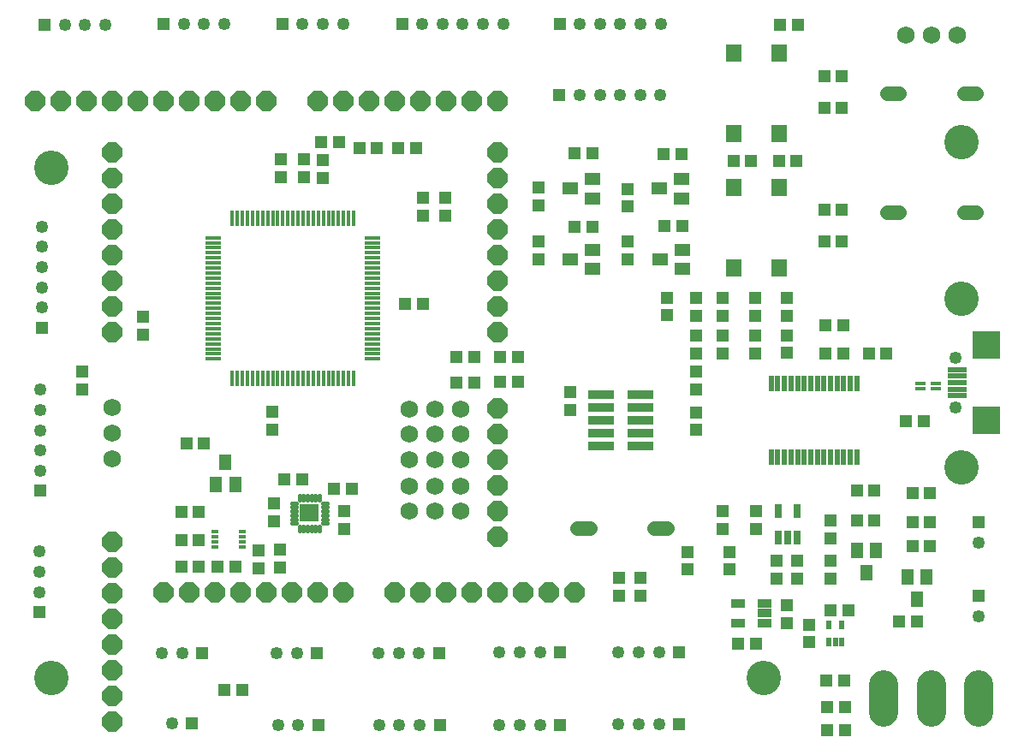
<source format=gts>
G04 EAGLE Gerber RS-274X export*
G75*
%MOMM*%
%FSLAX34Y34*%
%LPD*%
%INTop Soldermask*%
%IPPOS*%
%AMOC8*
5,1,8,0,0,1.08239X$1,22.5*%
G01*
%ADD10C,3.403200*%
%ADD11R,0.400000X1.600000*%
%ADD12R,1.600000X0.400000*%
%ADD13R,1.253200X1.283200*%
%ADD14R,1.283200X1.253200*%
%ADD15R,1.253200X1.253200*%
%ADD16C,1.253200*%
%ADD17R,0.551200X1.600200*%
%ADD18R,0.753200X1.403200*%
%ADD19R,1.203200X1.603200*%
%ADD20C,1.727200*%
%ADD21R,1.053200X0.453200*%
%ADD22R,1.503200X1.753200*%
%ADD23P,2.144431X8X292.500000*%
%ADD24P,2.144431X8X112.500000*%
%ADD25P,2.144431X8X22.500000*%
%ADD26P,2.144431X8X202.500000*%
%ADD27C,1.422400*%
%ADD28R,1.603200X1.203200*%
%ADD29R,1.953200X0.603200*%
%ADD30R,2.743200X2.743200*%
%ADD31R,0.603200X0.903200*%
%ADD32R,2.603200X0.963200*%
%ADD33R,1.423200X0.823200*%
%ADD34C,0.258150*%
%ADD35R,1.903200X1.743200*%
%ADD36R,0.703200X0.453200*%
%ADD37C,2.908300*%


D10*
X50000Y75000D03*
X950000Y450000D03*
X950000Y283000D03*
X754000Y75000D03*
X50000Y580000D03*
X950000Y605000D03*
D11*
X348800Y529250D03*
X343800Y529250D03*
X338800Y529250D03*
X333800Y529250D03*
X328800Y529250D03*
X323800Y529250D03*
X318800Y529250D03*
X313800Y529250D03*
X308800Y529250D03*
X303800Y529250D03*
X298800Y529250D03*
X293800Y529250D03*
X288800Y529250D03*
X283800Y529250D03*
X278800Y529250D03*
X273800Y529250D03*
X268800Y529250D03*
X263800Y529250D03*
X258800Y529250D03*
X253800Y529250D03*
X248800Y529250D03*
X243800Y529250D03*
X238800Y529250D03*
X233800Y529250D03*
X228800Y529250D03*
D12*
X210050Y510500D03*
X210050Y505500D03*
X210050Y500500D03*
X210050Y495500D03*
X210050Y490500D03*
X210050Y485500D03*
X210050Y480500D03*
X210050Y475500D03*
X210050Y470500D03*
X210050Y465500D03*
X210050Y460500D03*
X210050Y455500D03*
X210050Y450500D03*
X210050Y445500D03*
X210050Y440500D03*
X210050Y435500D03*
X210050Y430500D03*
X210050Y425500D03*
X210050Y420500D03*
X210050Y415500D03*
X210050Y410500D03*
X210050Y405500D03*
X210050Y400500D03*
X210050Y395500D03*
X210050Y390500D03*
D11*
X228800Y371750D03*
X233800Y371750D03*
X238800Y371750D03*
X243800Y371750D03*
X248800Y371750D03*
X253800Y371750D03*
X258800Y371750D03*
X263800Y371750D03*
X268800Y371750D03*
X273800Y371750D03*
X278800Y371750D03*
X283800Y371750D03*
X288800Y371750D03*
X293800Y371750D03*
X298800Y371750D03*
X303800Y371750D03*
X308800Y371750D03*
X313800Y371750D03*
X318800Y371750D03*
X323800Y371750D03*
X328800Y371750D03*
X333800Y371750D03*
X338800Y371750D03*
X343800Y371750D03*
X348800Y371750D03*
D12*
X367550Y390500D03*
X367550Y395500D03*
X367550Y400500D03*
X367550Y405500D03*
X367550Y410500D03*
X367550Y415500D03*
X367550Y420500D03*
X367550Y425500D03*
X367550Y430500D03*
X367550Y435500D03*
X367550Y440500D03*
X367550Y445500D03*
X367550Y450500D03*
X367550Y455500D03*
X367550Y460500D03*
X367550Y465500D03*
X367550Y470500D03*
X367550Y475500D03*
X367550Y480500D03*
X367550Y485500D03*
X367550Y490500D03*
X367550Y495500D03*
X367550Y500500D03*
X367550Y505500D03*
X367550Y510500D03*
D13*
X467750Y366700D03*
X450250Y366700D03*
X467750Y392500D03*
X450250Y392500D03*
D14*
X318000Y569350D03*
X318000Y586850D03*
X277000Y570550D03*
X277000Y588050D03*
X268500Y338050D03*
X268500Y320550D03*
D13*
X399750Y444900D03*
X417250Y444900D03*
D14*
X140700Y414450D03*
X140700Y431950D03*
D13*
X493850Y367700D03*
X511350Y367700D03*
X493850Y392100D03*
X511350Y392100D03*
D14*
X270100Y230350D03*
X270100Y247850D03*
D13*
X298050Y271700D03*
X280550Y271700D03*
D14*
X632300Y156450D03*
X632300Y173950D03*
X611300Y156350D03*
X611300Y173850D03*
D15*
X670700Y100300D03*
D16*
X650700Y100300D03*
X630700Y100300D03*
X610700Y100300D03*
D15*
X670700Y29100D03*
D16*
X650700Y29100D03*
X630700Y29100D03*
X610700Y29100D03*
D15*
X433400Y99900D03*
D16*
X413400Y99900D03*
X393400Y99900D03*
X373400Y99900D03*
D15*
X552400Y721500D03*
D16*
X572400Y721500D03*
X592400Y721500D03*
X612400Y721500D03*
X632400Y721500D03*
X652400Y721500D03*
D15*
X552200Y651500D03*
D16*
X572200Y651500D03*
X592200Y651500D03*
X612200Y651500D03*
X632200Y651500D03*
X652200Y651500D03*
D15*
X433900Y28500D03*
D16*
X413900Y28500D03*
X393900Y28500D03*
X373900Y28500D03*
D15*
X40200Y421400D03*
D16*
X40200Y441400D03*
X40200Y461400D03*
X40200Y481400D03*
X40200Y501400D03*
X40200Y521400D03*
D17*
X761750Y366560D03*
X768250Y366560D03*
X774750Y366560D03*
X781250Y366560D03*
X787750Y366560D03*
X794250Y366560D03*
X800750Y366560D03*
X813750Y366560D03*
X807250Y366560D03*
X820250Y366560D03*
X826750Y366560D03*
X833250Y366560D03*
X839750Y366560D03*
X846250Y366560D03*
X761750Y293440D03*
X768250Y293440D03*
X774750Y293440D03*
X781250Y293440D03*
X787750Y293440D03*
X794250Y293440D03*
X800750Y293440D03*
X807250Y293440D03*
X813750Y293440D03*
X820250Y293440D03*
X826750Y293440D03*
X833250Y293440D03*
X839750Y293440D03*
X846250Y293440D03*
D13*
X815250Y424000D03*
X832750Y424000D03*
X815250Y396000D03*
X832750Y396000D03*
D14*
X746000Y413750D03*
X746000Y396250D03*
X777200Y413950D03*
X777200Y396450D03*
X746000Y433250D03*
X746000Y450750D03*
X777000Y433250D03*
X777000Y450750D03*
D13*
X858250Y396000D03*
X875750Y396000D03*
D14*
X300000Y570250D03*
X300000Y587750D03*
X687000Y413750D03*
X687000Y396250D03*
X714000Y413750D03*
X714000Y396250D03*
D18*
X768500Y214000D03*
X778000Y214000D03*
X787500Y214000D03*
X787500Y240000D03*
X768500Y240000D03*
D14*
X787000Y190750D03*
X787000Y173250D03*
X767000Y190750D03*
X767000Y173250D03*
X747000Y239750D03*
X747000Y222250D03*
X714000Y222250D03*
X714000Y239750D03*
X720000Y199750D03*
X720000Y182250D03*
X820000Y190750D03*
X820000Y173250D03*
X820000Y213250D03*
X820000Y230750D03*
D19*
X856000Y179000D03*
X846500Y201000D03*
X865500Y201000D03*
D13*
X846250Y231000D03*
X863750Y231000D03*
X863750Y260000D03*
X846250Y260000D03*
D14*
X563000Y357750D03*
X563000Y340250D03*
D20*
X454400Y240000D03*
X429000Y240000D03*
X403600Y240000D03*
X454400Y265000D03*
X429000Y265000D03*
X403600Y265000D03*
D14*
X714000Y450750D03*
X714000Y433250D03*
D13*
X912750Y329100D03*
X895250Y329100D03*
X831750Y538000D03*
X814250Y538000D03*
D20*
X403600Y291000D03*
X429000Y291000D03*
X454400Y291000D03*
D13*
X831750Y670000D03*
X814250Y670000D03*
D20*
X403600Y316000D03*
X429000Y316000D03*
X454400Y316000D03*
D15*
X553000Y28500D03*
D16*
X533000Y28500D03*
X513000Y28500D03*
X493000Y28500D03*
D15*
X553000Y100500D03*
D16*
X533000Y100500D03*
X513000Y100500D03*
X493000Y100500D03*
D21*
X924500Y366300D03*
X909500Y366300D03*
X924500Y361300D03*
X909500Y361300D03*
D14*
X687000Y360250D03*
X687000Y377750D03*
X687000Y320250D03*
X687000Y337750D03*
X417000Y532250D03*
X417000Y549750D03*
X439000Y532250D03*
X439000Y549750D03*
D15*
X314000Y28500D03*
D16*
X294000Y28500D03*
X274000Y28500D03*
D15*
X199000Y99500D03*
D16*
X179000Y99500D03*
X159000Y99500D03*
D15*
X312700Y99500D03*
D16*
X292700Y99500D03*
X272700Y99500D03*
D15*
X966500Y229000D03*
D16*
X966500Y209000D03*
D13*
X901250Y258000D03*
X918750Y258000D03*
X769250Y586000D03*
X786750Y586000D03*
D22*
X724500Y480250D03*
X724500Y559750D03*
X769500Y480250D03*
X769500Y560250D03*
D13*
X770250Y721000D03*
X787750Y721000D03*
D20*
X403600Y341000D03*
X429000Y341000D03*
X454400Y341000D03*
D22*
X724500Y613250D03*
X724500Y692750D03*
X769500Y613250D03*
X769500Y693250D03*
D13*
X834650Y45900D03*
X817150Y45900D03*
X816350Y72400D03*
X833850Y72400D03*
D14*
X687000Y433250D03*
X687000Y450750D03*
D15*
X43100Y721300D03*
D16*
X63100Y721300D03*
X83100Y721300D03*
X103100Y721300D03*
D13*
X741750Y586000D03*
X724250Y586000D03*
D14*
X658400Y451250D03*
X658400Y433750D03*
D13*
X834750Y23000D03*
X817250Y23000D03*
X831750Y639000D03*
X814250Y639000D03*
X831750Y507000D03*
X814250Y507000D03*
D23*
X338800Y159800D03*
X313400Y159800D03*
X288000Y159800D03*
X262600Y159800D03*
X237200Y159800D03*
X211800Y159800D03*
X186400Y159800D03*
X161000Y159800D03*
D15*
X278300Y721500D03*
D16*
X298300Y721500D03*
X318300Y721500D03*
X338300Y721500D03*
D13*
X334350Y605000D03*
X316850Y605000D03*
X354350Y599200D03*
X371850Y599200D03*
D15*
X160800Y721500D03*
D16*
X180800Y721500D03*
X200800Y721500D03*
X220800Y721500D03*
D15*
X38200Y140000D03*
D16*
X38200Y160000D03*
X38200Y180000D03*
X38200Y200000D03*
D13*
X901250Y229000D03*
X918750Y229000D03*
X918750Y205000D03*
X901250Y205000D03*
D24*
X312900Y646000D03*
X338300Y646000D03*
X363700Y646000D03*
X389100Y646000D03*
X414500Y646000D03*
X439900Y646000D03*
X465300Y646000D03*
X490700Y646000D03*
D25*
X110200Y595200D03*
X110200Y569800D03*
X110200Y544400D03*
X110200Y519000D03*
X110200Y493600D03*
X110200Y468200D03*
X110200Y442800D03*
X110200Y417400D03*
X110200Y209900D03*
X110200Y184500D03*
X110200Y159100D03*
X110200Y133700D03*
X110200Y108300D03*
X110200Y82900D03*
X110200Y57500D03*
X110200Y32100D03*
D20*
X110200Y342400D03*
X110200Y317000D03*
X110200Y291600D03*
D24*
X389600Y159800D03*
X415000Y159800D03*
X440400Y159800D03*
X465800Y159800D03*
X491200Y159800D03*
X516600Y159800D03*
X542000Y159800D03*
X567400Y159800D03*
D26*
X490800Y417400D03*
X490800Y442800D03*
X490800Y468200D03*
X490800Y493600D03*
X490800Y519000D03*
X490800Y544400D03*
X490800Y569800D03*
X490800Y595200D03*
D23*
X262500Y646000D03*
X237100Y646000D03*
X211700Y646000D03*
X186300Y646000D03*
X160900Y646000D03*
X135500Y646000D03*
X110100Y646000D03*
X84700Y646000D03*
X59300Y646000D03*
X33900Y646000D03*
D15*
X39200Y260000D03*
D16*
X39200Y280000D03*
X39200Y300000D03*
X39200Y320000D03*
X39200Y340000D03*
X39200Y360000D03*
D25*
X490800Y341300D03*
X490800Y315900D03*
X490800Y290500D03*
X490800Y265100D03*
X490800Y239700D03*
X490800Y214300D03*
D14*
X679000Y182250D03*
X679000Y199750D03*
D27*
X581996Y223000D02*
X569804Y223000D01*
X646004Y223000D02*
X658196Y223000D01*
D28*
X563000Y559000D03*
X585000Y568500D03*
X585000Y549500D03*
X651000Y559000D03*
X673000Y568500D03*
X673000Y549500D03*
D14*
X532000Y559750D03*
X532000Y542250D03*
X620000Y558750D03*
X620000Y541250D03*
D13*
X584750Y594000D03*
X567250Y594000D03*
X672750Y593000D03*
X655250Y593000D03*
D28*
X563000Y489000D03*
X585000Y498500D03*
X585000Y479500D03*
D14*
X532000Y489250D03*
X532000Y506750D03*
D13*
X584750Y521000D03*
X567250Y521000D03*
D28*
X652000Y489000D03*
X674000Y498500D03*
X674000Y479500D03*
D14*
X620000Y489250D03*
X620000Y506750D03*
D13*
X673750Y522000D03*
X656250Y522000D03*
D29*
X945750Y380000D03*
X945750Y354000D03*
X945750Y373500D03*
X945750Y367000D03*
X945750Y360500D03*
D30*
X974000Y329750D03*
X974000Y404250D03*
D16*
X943700Y342750D03*
X943700Y391250D03*
D15*
X396600Y721500D03*
D16*
X416600Y721500D03*
X436600Y721500D03*
X456600Y721500D03*
X476600Y721500D03*
X496600Y721500D03*
D13*
X392950Y599400D03*
X410450Y599400D03*
D15*
X189000Y30500D03*
D16*
X169000Y30500D03*
D13*
X238750Y63000D03*
X221250Y63000D03*
D15*
X966500Y156000D03*
D16*
X966500Y136000D03*
D14*
X799000Y110250D03*
X799000Y127750D03*
D19*
X906000Y153000D03*
X896500Y175000D03*
X915500Y175000D03*
D13*
X837750Y142000D03*
X820250Y142000D03*
X905750Y131000D03*
X888250Y131000D03*
D31*
X818500Y110500D03*
X825000Y110500D03*
X831500Y110500D03*
X831500Y127500D03*
X818500Y127500D03*
D32*
X593600Y330000D03*
X593600Y342700D03*
X593600Y355400D03*
X593600Y317300D03*
X593600Y304600D03*
X632400Y304600D03*
X632400Y317300D03*
X632400Y330000D03*
X632400Y342700D03*
X632400Y355400D03*
D33*
X755000Y129500D03*
X755000Y139000D03*
X755000Y148500D03*
X729000Y148500D03*
X729000Y129500D03*
D14*
X777000Y129250D03*
X777000Y146750D03*
D13*
X729250Y109000D03*
X746750Y109000D03*
D34*
X323375Y228825D02*
X317525Y228825D01*
X323375Y228825D02*
X323375Y227175D01*
X317525Y227175D01*
X317525Y228825D01*
X317525Y232825D02*
X323375Y232825D01*
X323375Y231175D01*
X317525Y231175D01*
X317525Y232825D01*
X317525Y236825D02*
X323375Y236825D01*
X323375Y235175D01*
X317525Y235175D01*
X317525Y236825D01*
X317525Y240825D02*
X323375Y240825D01*
X323375Y239175D01*
X317525Y239175D01*
X317525Y240825D01*
X317525Y244825D02*
X323375Y244825D01*
X323375Y243175D01*
X317525Y243175D01*
X317525Y244825D01*
X317525Y248825D02*
X323375Y248825D01*
X323375Y247175D01*
X317525Y247175D01*
X317525Y248825D01*
X314175Y250525D02*
X314175Y256375D01*
X315825Y256375D01*
X315825Y250525D01*
X314175Y250525D01*
X314175Y252978D02*
X315825Y252978D01*
X315825Y255431D02*
X314175Y255431D01*
X310175Y256375D02*
X310175Y250525D01*
X310175Y256375D02*
X311825Y256375D01*
X311825Y250525D01*
X310175Y250525D01*
X310175Y252978D02*
X311825Y252978D01*
X311825Y255431D02*
X310175Y255431D01*
X306175Y256375D02*
X306175Y250525D01*
X306175Y256375D02*
X307825Y256375D01*
X307825Y250525D01*
X306175Y250525D01*
X306175Y252978D02*
X307825Y252978D01*
X307825Y255431D02*
X306175Y255431D01*
X302175Y256375D02*
X302175Y250525D01*
X302175Y256375D02*
X303825Y256375D01*
X303825Y250525D01*
X302175Y250525D01*
X302175Y252978D02*
X303825Y252978D01*
X303825Y255431D02*
X302175Y255431D01*
X298175Y256375D02*
X298175Y250525D01*
X298175Y256375D02*
X299825Y256375D01*
X299825Y250525D01*
X298175Y250525D01*
X298175Y252978D02*
X299825Y252978D01*
X299825Y255431D02*
X298175Y255431D01*
X294175Y256375D02*
X294175Y250525D01*
X294175Y256375D02*
X295825Y256375D01*
X295825Y250525D01*
X294175Y250525D01*
X294175Y252978D02*
X295825Y252978D01*
X295825Y255431D02*
X294175Y255431D01*
X292475Y247175D02*
X286625Y247175D01*
X286625Y248825D01*
X292475Y248825D01*
X292475Y247175D01*
X292475Y243175D02*
X286625Y243175D01*
X286625Y244825D01*
X292475Y244825D01*
X292475Y243175D01*
X292475Y239175D02*
X286625Y239175D01*
X286625Y240825D01*
X292475Y240825D01*
X292475Y239175D01*
X292475Y235175D02*
X286625Y235175D01*
X286625Y236825D01*
X292475Y236825D01*
X292475Y235175D01*
X292475Y231175D02*
X286625Y231175D01*
X286625Y232825D01*
X292475Y232825D01*
X292475Y231175D01*
X292475Y227175D02*
X286625Y227175D01*
X286625Y228825D01*
X292475Y228825D01*
X292475Y227175D01*
X295825Y225475D02*
X295825Y219625D01*
X294175Y219625D01*
X294175Y225475D01*
X295825Y225475D01*
X295825Y222078D02*
X294175Y222078D01*
X294175Y224531D02*
X295825Y224531D01*
X299825Y225475D02*
X299825Y219625D01*
X298175Y219625D01*
X298175Y225475D01*
X299825Y225475D01*
X299825Y222078D02*
X298175Y222078D01*
X298175Y224531D02*
X299825Y224531D01*
X303825Y225475D02*
X303825Y219625D01*
X302175Y219625D01*
X302175Y225475D01*
X303825Y225475D01*
X303825Y222078D02*
X302175Y222078D01*
X302175Y224531D02*
X303825Y224531D01*
X307825Y225475D02*
X307825Y219625D01*
X306175Y219625D01*
X306175Y225475D01*
X307825Y225475D01*
X307825Y222078D02*
X306175Y222078D01*
X306175Y224531D02*
X307825Y224531D01*
X311825Y225475D02*
X311825Y219625D01*
X310175Y219625D01*
X310175Y225475D01*
X311825Y225475D01*
X311825Y222078D02*
X310175Y222078D01*
X310175Y224531D02*
X311825Y224531D01*
X315825Y225475D02*
X315825Y219625D01*
X314175Y219625D01*
X314175Y225475D01*
X315825Y225475D01*
X315825Y222078D02*
X314175Y222078D01*
X314175Y224531D02*
X315825Y224531D01*
D35*
X305000Y238000D03*
D36*
X238700Y204700D03*
X238700Y209700D03*
X238700Y214700D03*
X238700Y219700D03*
X211200Y204700D03*
X211200Y209700D03*
X211200Y214700D03*
X211200Y219700D03*
D14*
X255000Y183250D03*
X255000Y200750D03*
D13*
X231750Y185000D03*
X214250Y185000D03*
D14*
X276000Y201750D03*
X276000Y184250D03*
X339000Y222250D03*
X339000Y239750D03*
D13*
X195750Y211000D03*
X178250Y211000D03*
X195750Y239000D03*
X178250Y239000D03*
X195750Y185000D03*
X178250Y185000D03*
X346750Y262000D03*
X329250Y262000D03*
X200750Y307000D03*
X183250Y307000D03*
D19*
X222000Y288000D03*
X231500Y266000D03*
X212500Y266000D03*
D27*
X875804Y653000D02*
X887996Y653000D01*
X952004Y653000D02*
X964196Y653000D01*
D37*
X873010Y68526D02*
X873010Y41475D01*
X920000Y41475D02*
X920000Y68526D01*
X966990Y68526D02*
X966990Y41475D01*
D27*
X887996Y536000D02*
X875804Y536000D01*
X952004Y536000D02*
X964196Y536000D01*
D20*
X894600Y711000D03*
X920000Y711000D03*
X945400Y711000D03*
D14*
X80000Y360250D03*
X80000Y377750D03*
M02*

</source>
